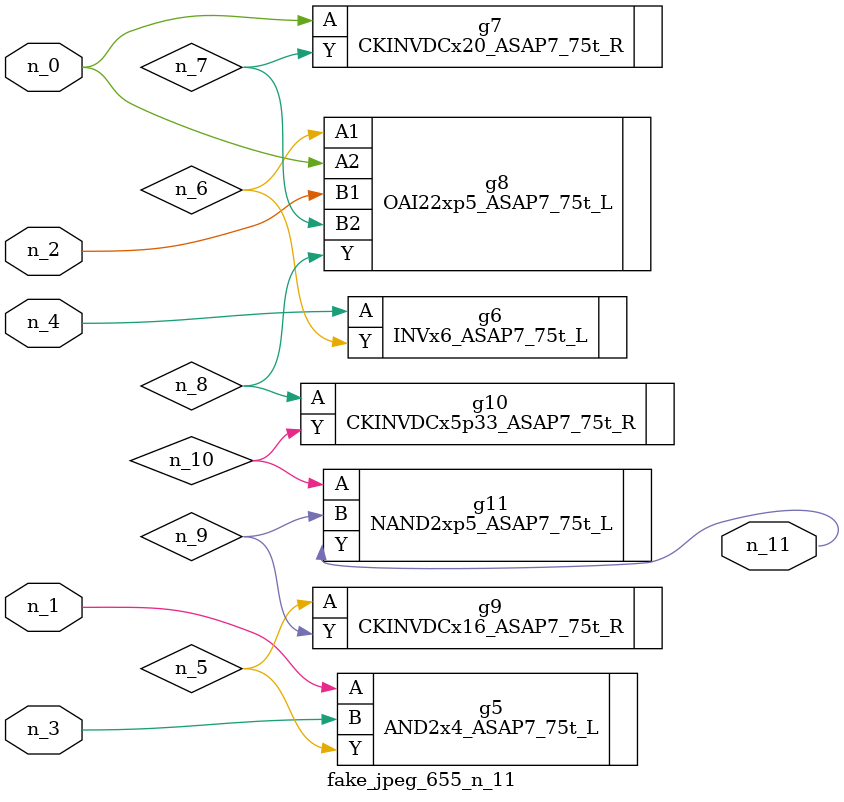
<source format=v>
module fake_jpeg_655_n_11 (n_3, n_2, n_1, n_0, n_4, n_11);

input n_3;
input n_2;
input n_1;
input n_0;
input n_4;

output n_11;

wire n_10;
wire n_8;
wire n_9;
wire n_6;
wire n_5;
wire n_7;

AND2x4_ASAP7_75t_L g5 ( 
.A(n_1),
.B(n_3),
.Y(n_5)
);

INVx6_ASAP7_75t_L g6 ( 
.A(n_4),
.Y(n_6)
);

CKINVDCx20_ASAP7_75t_R g7 ( 
.A(n_0),
.Y(n_7)
);

OAI22xp5_ASAP7_75t_L g8 ( 
.A1(n_6),
.A2(n_0),
.B1(n_2),
.B2(n_7),
.Y(n_8)
);

CKINVDCx5p33_ASAP7_75t_R g10 ( 
.A(n_8),
.Y(n_10)
);

CKINVDCx16_ASAP7_75t_R g9 ( 
.A(n_5),
.Y(n_9)
);

NAND2xp5_ASAP7_75t_L g11 ( 
.A(n_10),
.B(n_9),
.Y(n_11)
);


endmodule
</source>
